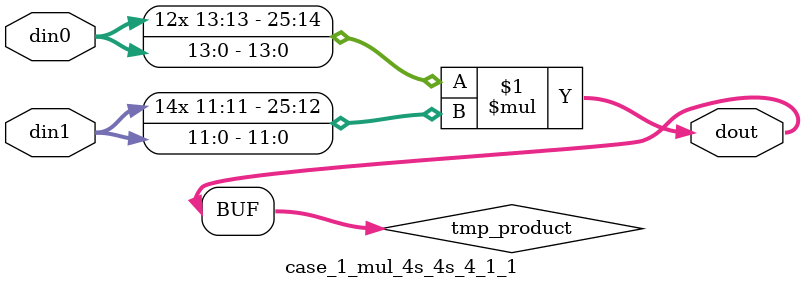
<source format=v>

`timescale 1 ns / 1 ps

 module case_1_mul_4s_4s_4_1_1(din0, din1, dout);
parameter ID = 1;
parameter NUM_STAGE = 0;
parameter din0_WIDTH = 14;
parameter din1_WIDTH = 12;
parameter dout_WIDTH = 26;

input [din0_WIDTH - 1 : 0] din0; 
input [din1_WIDTH - 1 : 0] din1; 
output [dout_WIDTH - 1 : 0] dout;

wire signed [dout_WIDTH - 1 : 0] tmp_product;



























assign tmp_product = $signed(din0) * $signed(din1);








assign dout = tmp_product;





















endmodule

</source>
